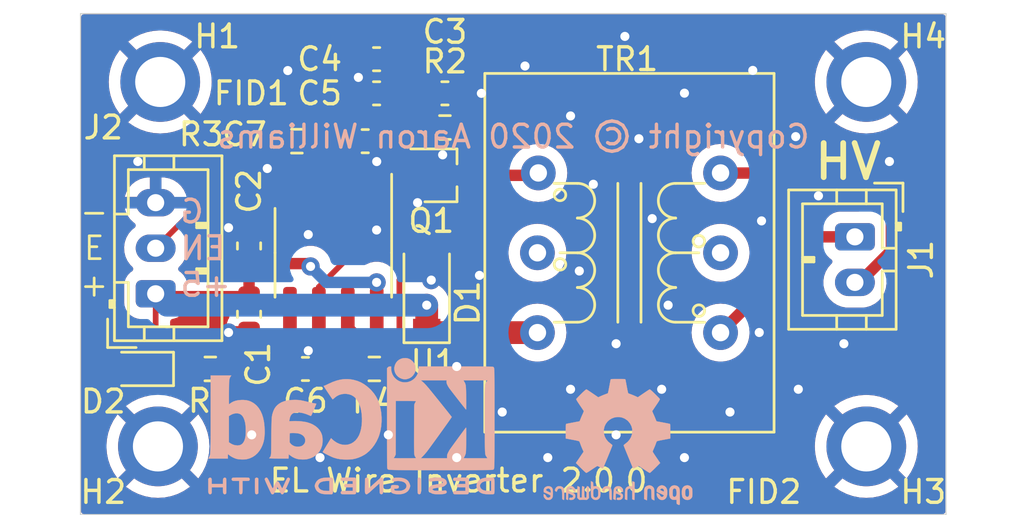
<source format=kicad_pcb>
(kicad_pcb (version 20221018) (generator pcbnew)
  (title_block (title "EL Driver") (date "2020-12-26") (rev "2.0.0") (company "Copyright © 2020 Aaron Williams"))
  (layers (0 "F.Cu" signal) (31 "B.Cu" signal) (34 "B.Paste" user) (35 "F.Paste" user) (36 "B.SilkS" user "B.Silkscreen") (37 "F.SilkS" user "F.Silkscreen") (38 "B.Mask" user) (39 "F.Mask" user) (44 "Edge.Cuts" user))
  (net 0 "")
  (net 1 "GND")
  (net 2 "Net-(C3-Pad1)")
  (net 3 "Net-(C6-Pad1)")
  (net 4 "Net-(D1-Pad2)")
  (net 5 "+5V")
  (net 6 "/EN")
  (net 7 "Net-(C7-Pad1)")
  (net 8 "Net-(D2-Pad1)")
  (net 9 "Net-(J1-Pad2)")
  (net 10 "Net-(J1-Pad1)")
  (net 11 "Net-(Q1-Pad1)")
  (net 12 "Net-(R3-Pad1)")
  (net 13 "Net-(R4-Pad1)")
  (net 14 "Net-(TR1-Pad5)")
  (net 15 "Net-(TR1-Pad2)")
  (footprint "Capacitor_SMD:C_0603_1608Metric" (layer "F.Cu") (at 177.9 91.2 -90)
    (fp_text reference "C1" (at 2.2 -0.4 90) (layer "F.SilkS"))
    (fp_text value "10uF")
    (pad "1" smd roundrect (at -0.775 0 270) (size 0.9 0.95) (layers "F.Cu" "F.Paste" "F.Mask") (net 5 "+5V"))
    (pad "2" smd roundrect (at 0.775 0 270) (size 0.9 0.95) (layers "F.Cu" "F.Paste" "F.Mask") (net 1 "GND"))
  )
  (footprint "Capacitor_SMD:C_0603_1608Metric" (layer "F.Cu") (at 177.9 88.2 90)
    (fp_text reference "C2" (at 2.4 0 90) (layer "F.SilkS"))
    (fp_text value "1uF")
    (pad "1" smd roundrect (at -0.775 0 90) (size 0.9 0.95) (layers "F.Cu" "F.Paste" "F.Mask") (net 5 "+5V"))
    (pad "2" smd roundrect (at 0.775 0 90) (size 0.9 0.95) (layers "F.Cu" "F.Paste" "F.Mask") (net 1 "GND"))
  )
  (footprint "Capacitor_SMD:C_0603_1608Metric" (layer "F.Cu") (at 186.5 81.5)
    (fp_text reference "C3" (at 0 -2.7) (layer "F.SilkS"))
    (fp_text value "4.7nF")
    (pad "1" smd roundrect (at -0.775 0) (size 0.9 0.95) (layers "F.Cu" "F.Paste" "F.Mask") (net 2 "Net-(C3-Pad1)"))
    (pad "2" smd roundrect (at 0.775 0) (size 0.9 0.95) (layers "F.Cu" "F.Paste" "F.Mask") (net 1 "GND"))
  )
  (footprint "Capacitor_SMD:C_0603_1608Metric" (layer "F.Cu") (at 183.5 81.5 180)
    (fp_text reference "C5" (at 2.5 0) (layer "F.SilkS"))
    (fp_text value "1nF")
    (pad "1" smd roundrect (at -0.775 0 180) (size 0.9 0.95) (layers "F.Cu" "F.Paste" "F.Mask") (net 2 "Net-(C3-Pad1)"))
    (pad "2" smd roundrect (at 0.775 0 180) (size 0.9 0.95) (layers "F.Cu" "F.Paste" "F.Mask") (net 1 "GND"))
  )
  (footprint "Capacitor_SMD:C_0603_1608Metric" (layer "F.Cu") (at 180.375 93.6)
    (fp_text reference "C6" (at 0 1.4) (layer "F.SilkS"))
    (fp_text value "10nF")
    (pad "1" smd roundrect (at -0.775 0) (size 0.9 0.95) (layers "F.Cu" "F.Paste" "F.Mask") (net 3 "Net-(C6-Pad1)"))
    (pad "2" smd roundrect (at 0.775 0) (size 0.9 0.95) (layers "F.Cu" "F.Paste" "F.Mask") (net 1 "GND"))
  )
  (footprint "Capacitor_SMD:C_0603_1608Metric" (layer "F.Cu") (at 183 83.6)
    (fp_text reference "C7" (at -5.3 -0.3) (layer "F.SilkS"))
    (fp_text value "47nF")
    (pad "1" smd roundrect (at -0.775 0) (size 0.9 0.95) (layers "F.Cu" "F.Paste" "F.Mask") (net 7 "Net-(C7-Pad1)"))
    (pad "2" smd roundrect (at 0.775 0) (size 0.9 0.95) (layers "F.Cu" "F.Paste" "F.Mask") (net 1 "GND"))
  )
  (footprint "Diode_SMD:D_SOD-123" (layer "F.Cu") (at 185.7 90.2 90)
    (fp_text reference "D1" (at -0.5 1.8 90) (layer "F.SilkS"))
    (fp_text value "SS24FL")
    (pad "1" smd rect (at -1.65 0 90) (size 0.9 1.2) (layers "F.Cu" "F.Paste" "F.Mask") (net 5 "+5V"))
    (pad "2" smd rect (at 1.65 0 90) (size 0.9 1.2) (layers "F.Cu" "F.Paste" "F.Mask") (net 4 "Net-(D1-Pad2)"))
  )
  (footprint "LED_SMD:LED_0603_1608Metric" (layer "F.Cu") (at 173.1 93.6 180)
    (fp_text reference "D2" (at 1.6 -1.43) (layer "F.SilkS"))
    (fp_text value "LED")
    (pad "1" smd roundrect (at -0.7875 0 180) (size 0.875 0.95) (layers "F.Cu" "F.Paste" "F.Mask") (net 8 "Net-(D2-Pad1)"))
    (pad "2" smd roundrect (at 0.7875 0 180) (size 0.875 0.95) (layers "F.Cu" "F.Paste" "F.Mask") (net 5 "+5V"))
  )
  (footprint "Fiducial:Fiducial_0.5mm_Mask1mm" (layer "F.Cu") (at 178 80 180)
    (fp_text reference "FID1" (at 0 -1.5) (layer "F.SilkS"))
    (fp_text value "FIDUCIAL_1MM")
    (pad "" smd circle (at 0 0 180) (size 0.5 0.5) (layers "F.Cu" "F.Mask") (clearance 0.25))
  )
  (footprint "Fiducial:Fiducial_0.5mm_Mask1mm" (layer "F.Cu") (at 200.5 97.5 180)
    (fp_text reference "FID2" (at 0 -1.5) (layer "F.SilkS"))
    (fp_text value "FIDUCIAL_1MM")
    (pad "" smd circle (at 0 0 180) (size 0.5 0.5) (layers "F.Cu" "F.Mask") (clearance 0.25))
  )
  (footprint "MountingHole:MountingHole_2.2mm_M2_ISO7380_Pad" (layer "F.Cu") (at 174 81 180)
    (fp_text reference "H1" (at -2.5 2) (layer "F.SilkS"))
    (fp_text value "MountingHole_Pad")
    (pad "1" thru_hole circle (at 0 0 180) (size 3.5 3.5) (drill 2.2) (layers "*.Cu" "*.Mask") (net 1 "GND"))
  )
  (footprint "MountingHole:MountingHole_2.2mm_M2_ISO7380_Pad" (layer "F.Cu") (at 173.9 97 180)
    (fp_text reference "H2" (at 2.4 -2) (layer "F.SilkS"))
    (fp_text value "MountingHole_Pad")
    (pad "1" thru_hole circle (at 0 0 180) (size 3.5 3.5) (drill 2.2) (layers "*.Cu" "*.Mask") (net 1 "GND"))
  )
  (footprint "MountingHole:MountingHole_2.2mm_M2_ISO7380_Pad" (layer "F.Cu") (at 205 97 180)
    (fp_text reference "H3" (at -2.5 -2) (layer "F.SilkS"))
    (fp_text value "MountingHole_Pad")
    (pad "1" thru_hole circle (at 0 0 180) (size 3.5 3.5) (drill 2.2) (layers "*.Cu" "*.Mask") (net 1 "GND"))
  )
  (footprint "Connector_JST:JST_PH_B2B-PH-K_1x02_P2.00mm_Vertical" (layer "F.Cu") (at 204.5 87.8 -90)
    (fp_text reference "J1" (at 1 -2.9 90) (layer "F.SilkS"))
    (fp_text value "Conn_01x02")
    (pad "1" thru_hole roundrect (at 0 0 270) (size 1.2 1.75) (drill 0.75) (layers "*.Cu" "*.Mask") (roundrect_rratio 0.208333) (net 10 "Net-(J1-Pad1)"))
    (pad "2" thru_hole oval (at 2 0 270) (size 1.2 1.75) (drill 0.75) (layers "*.Cu" "*.Mask") (net 9 "Net-(J1-Pad2)"))
  )
  (footprint "Connector_JST:JST_PH_B3B-PH-K_1x03_P2.00mm_Vertical" (layer "F.Cu") (at 173.8 90.3 90)
    (fp_text reference "J2" (at 7.3 -2.3 180) (layer "F.SilkS"))
    (fp_text value "Conn_01x03")
    (pad "1" thru_hole roundrect (at 0 0 90) (size 1.2 1.75) (drill 0.75) (layers "*.Cu" "*.Mask") (roundrect_rratio 0.208333) (net 5 "+5V"))
    (pad "2" thru_hole oval (at 2 0 90) (size 1.2 1.75) (drill 0.75) (layers "*.Cu" "*.Mask") (net 6 "/EN"))
    (pad "3" thru_hole oval (at 4 0 90) (size 1.2 1.75) (drill 0.75) (layers "*.Cu" "*.Mask") (net 1 "GND"))
  )
  (footprint "Package_TO_SOT_SMD:SOT-323_SC-70" (layer "F.Cu") (at 186.3 85.1)
    (fp_text reference "Q1" (at -0.4 2) (layer "F.SilkS"))
    (fp_text value "BSS214NW")
    (pad "1" smd rect (at -1 -0.65 270) (size 0.45 0.7) (layers "F.Cu" "F.Paste" "F.Mask") (net 11 "Net-(Q1-Pad1)"))
    (pad "2" smd rect (at -1 0.65 270) (size 0.45 0.7) (layers "F.Cu" "F.Paste" "F.Mask") (net 1 "GND"))
    (pad "3" smd rect (at 1 0 270) (size 0.45 0.7) (layers "F.Cu" "F.Paste" "F.Mask") (net 4 "Net-(D1-Pad2)"))
  )
  (footprint "Resistor_SMD:R_0603_1608Metric" (layer "F.Cu") (at 176.2 93.6)
    (fp_text reference "R1" (at 0 1.4) (layer "F.SilkS"))
    (fp_text value "220")
    (pad "1" smd roundrect (at -0.825 0) (size 0.8 0.95) (layers "F.Cu" "F.Paste" "F.Mask") (net 8 "Net-(D2-Pad1)"))
    (pad "2" smd roundrect (at 0.825 0) (size 0.8 0.95) (layers "F.Cu" "F.Paste" "F.Mask") (net 4 "Net-(D1-Pad2)"))
  )
  (footprint "Resistor_SMD:R_0603_1608Metric" (layer "F.Cu") (at 186.5 83 180)
    (fp_text reference "R2" (at 0 2.9) (layer "F.SilkS"))
    (fp_text value "39.2")
    (pad "1" smd roundrect (at -0.825 0 180) (size 0.8 0.95) (layers "F.Cu" "F.Paste" "F.Mask") (net 4 "Net-(D1-Pad2)"))
    (pad "2" smd roundrect (at 0.825 0 180) (size 0.8 0.95) (layers "F.Cu" "F.Paste" "F.Mask") (net 2 "Net-(C3-Pad1)"))
  )
  (footprint "Resistor_SMD:R_0603_1608Metric" (layer "F.Cu") (at 180 83.6)
    (fp_text reference "R3" (at -4.2 -0.3) (layer "F.SilkS"))
    (fp_text value "100k")
    (pad "1" smd roundrect (at -0.825 0) (size 0.8 0.95) (layers "F.Cu" "F.Paste" "F.Mask") (net 12 "Net-(R3-Pad1)"))
    (pad "2" smd roundrect (at 0.825 0) (size 0.8 0.95) (layers "F.Cu" "F.Paste" "F.Mask") (net 11 "Net-(Q1-Pad1)"))
  )
  (footprint "Resistor_SMD:R_0603_1608Metric" (layer "F.Cu") (at 183.4 93.6 180)
    (fp_text reference "R4" (at 0 -1.43) (layer "F.SilkS"))
    (fp_text value "10k")
    (pad "1" smd roundrect (at -0.825 0 180) (size 0.8 0.95) (layers "F.Cu" "F.Paste" "F.Mask") (net 13 "Net-(R4-Pad1)"))
    (pad "2" smd roundrect (at 0.825 0 180) (size 0.8 0.95) (layers "F.Cu" "F.Paste" "F.Mask") (net 7 "Net-(C7-Pad1)"))
  )
  (footprint "Aaron:Transformer_42XL_EI-14" (layer "F.Cu") (at 194.6 88.5)
    (fp_text reference "TR1" (at -0.1 -8.5) (layer "F.SilkS"))
    (fp_text value "Transformer-EI14")
    (pad "1" thru_hole circle (at -4.0005 -3.5052) (size 1.524 1.524) (drill 0.762) (layers "*.Cu" "*.Mask") (net 4 "Net-(D1-Pad2)"))
    (pad "2" thru_hole circle (at -4.0386 0) (size 1.524 1.524) (drill 0.762) (layers "*.Cu" "*.Mask") (net 15 "Net-(TR1-Pad2)"))
    (pad "3" thru_hole circle (at -4.0386 3.5052) (size 1.524 1.524) (drill 0.762) (layers "*.Cu" "*.Mask") (net 5 "+5V"))
    (pad "4" thru_hole circle (at 4.0005 3.5052) (size 1.524 1.524) (drill 0.762) (layers "*.Cu" "*.Mask") (net 10 "Net-(J1-Pad1)"))
    (pad "5" thru_hole circle (at 4.0005 0) (size 1.524 1.524) (drill 0.762) (layers "*.Cu" "*.Mask") (net 14 "Net-(TR1-Pad5)"))
    (pad "6" thru_hole circle (at 4.0005 -3.5052) (size 1.524 1.524) (drill 0.762) (layers "*.Cu" "*.Mask") (net 9 "Net-(J1-Pad2)"))
  )
  (footprint "Package_SO:SOIC-8_3.9x4.9mm_P1.27mm" (layer "F.Cu") (at 181.6 88.5 -90)
    (fp_text reference "U1" (at 4.8 -4.4 180) (layer "F.SilkS"))
    (fp_text value "NE555D")
    (pad "1" smd roundrect (at -2.475 -1.905 270) (size 1.95 0.6) (layers "F.Cu" "F.Paste" "F.Mask") (net 1 "GND"))
    (pad "2" smd roundrect (at -2.475 -0.635 270) (size 1.95 0.6) (layers "F.Cu" "F.Paste" "F.Mask") (net 7 "Net-(C7-Pad1)"))
    (pad "3" smd roundrect (at -2.475 0.635 270) (size 1.95 0.6) (layers "F.Cu" "F.Paste" "F.Mask") (net 12 "Net-(R3-Pad1)"))
    (pad "4" smd roundrect (at -2.475 1.905 270) (size 1.95 0.6) (layers "F.Cu" "F.Paste" "F.Mask") (net 6 "/EN"))
    (pad "5" smd roundrect (at 2.475 1.905 270) (size 1.95 0.6) (layers "F.Cu" "F.Paste" "F.Mask") (net 3 "Net-(C6-Pad1)"))
    (pad "6" smd roundrect (at 2.475 0.635 270) (size 1.95 0.6) (layers "F.Cu" "F.Paste" "F.Mask") (net 7 "Net-(C7-Pad1)"))
    (pad "7" smd roundrect (at 2.475 -0.635 270) (size 1.95 0.6) (layers "F.Cu" "F.Paste" "F.Mask") (net 13 "Net-(R4-Pad1)"))
    (pad "8" smd roundrect (at 2.475 -1.905 270) (size 1.95 0.6) (layers "F.Cu" "F.Paste" "F.Mask") (net 5 "+5V"))
  )
  (footprint "Capacitor_SMD:C_0603_1608Metric" (layer "F.Cu") (at 183.5 80 180)
    (fp_text reference "C4" (at 2.5 0) (layer "F.SilkS"))
    (fp_text value "1nF")
    (pad "1" smd roundrect (at -0.775 0 180) (size 0.9 0.95) (layers "F.Cu" "F.Paste" "F.Mask") (net 2 "Net-(C3-Pad1)"))
    (pad "2" smd roundrect (at 0.775 0 180) (size 0.9 0.95) (layers "F.Cu" "F.Paste" "F.Mask") (net 1 "GND"))
  )
  (footprint "MountingHole:MountingHole_2.2mm_M2_ISO7380_Pad" (layer "F.Cu") (at 205 81 180)
    (fp_text reference "H4" (at -2.5 2) (layer "F.SilkS"))
    (fp_text value "MountingHole_Pad")
    (pad "1" thru_hole circle (at 0 0 180) (size 3.5 3.5) (drill 2.2) (layers "*.Cu" "*.Mask") (net 1 "GND"))
  )
  (footprint "Symbol:KiCad-Logo2_5mm_SilkScreen" (layer "B.Cu") (at 182.4 96.1 180)
    (fp_text reference "REF**" hide)
    (fp_text value "KiCad-Logo2_5mm_SilkScreen" hide)
  )
  (footprint "Symbol:OSHW-Logo2_7.3x6mm_SilkScreen" (layer "B.Cu") (at 194.1 96.8 180)
    (fp_text reference "REF**" hide)
    (fp_text value "OSHW-Logo2_7.3x6mm_SilkScreen" hide)
  )
  (gr_line (start 208.5 100) (end 170.5 100) (stroke (width 0.05)) (layer "Edge.Cuts"))
  (gr_line (start 170.5 78) (end 208.5 78) (stroke (width 0.05)) (layer "Edge.Cuts"))
  (gr_line (start 170.5 100) (end 170.5 78) (stroke (width 0.05)) (layer "Edge.Cuts"))
  (gr_line (start 208.5 78) (end 208.5 100) (stroke (width 0.05)) (layer "Edge.Cuts"))
  (gr_text "Copyright © 2020 Aaron Williams" (at 189.5 83.4) (layer "B.SilkS") (effects (font (size 1 1)) (justify mirror)))
  (gr_text "G\nEN\n+5" (at 174.8 88.3) (layer "B.SilkS") (effects (font (size 1 1)) (justify right mirror)))
  (gr_text "EL Wire Inverter 2.0.0" (at 187.1 98.5) (layer "F.SilkS") (effects (font (size 1 1))))
  (gr_text "HV" (at 204.2 84.5) (layer "F.SilkS") (effects (font (size 1.5 1.5) (thickness 0.25))))
  (gr_text "-\nE\n+" (at 171.1 88.3) (layer "F.SilkS") (effects (font (size 1 1) (thickness 0.12))))
  (segment (start 183.505 84.495) (end 183.505 83.87) (width 0.5) (layer "F.Cu") (net 1))
  (segment (start 181.15 93.45) (end 180.5 92.8) (width 0.25) (layer "F.Cu") (net 1))
  (segment (start 181.15 93.6) (end 181.15 93.45) (width 0.25) (layer "F.Cu") (net 1))
  (segment (start 183.505 83.87) (end 183.775 83.6) (width 0.5) (layer "F.Cu") (net 1))
  (segment (start 183.505 86.025) (end 183.505 84.495) (width 0.5) (layer "F.Cu") (net 1))
  (via (at 182.7 80.8) (size 0.8) (drill 0.4) (layers "F.Cu" "B.Cu") (net 1))
  (via (at 199.015476 95.4925) (size 0.8) (drill 0.4) (layers "F.Cu" "B.Cu") (net 1))
  (via (at 184.015476 96.4925) (size 0.8) (drill 0.4) (layers "F.Cu" "B.Cu") (net 1))
  (via (at 197.015476 97.4925) (size 0.8) (drill 0.4) (layers "F.Cu" "B.Cu") (net 1))
  (via (at 188.1 81.5) (size 0.8) (drill 0.4) (layers "F.Cu" "B.Cu") (net 1))
  (via (at 177 92) (size 0.8) (drill 0.4) (layers "F.Cu" "B.Cu") (net 1))
  (via (at 180.5 92.8) (size 0.8) (drill 0.4) (layers "F.Cu" "B.Cu") (net 1))
  (via (at 181.015476 97.4925) (size 0.8) (drill 0.4) (layers "F.Cu" "B.Cu") (net 1))
  (via (at 201.9 83.4) (size 0.8) (drill 0.4) (layers "F.Cu" "B.Cu") (net 1))
  (via (at 206.015476 84.4925) (size 0.8) (drill 0.4) (layers "F.Cu" "B.Cu") (net 1))
  (via (at 187.015476 97.4925) (size 0.8) (drill 0.4) (layers "F.Cu" "B.Cu") (net 1))
  (via (at 196.015476 94.4925) (size 0.8) (drill 0.4) (layers "F.Cu" "B.Cu") (net 1))
  (via (at 200.4 87.1) (size 0.8) (drill 0.4) (layers "F.Cu" "B.Cu") (net 1))
  (via (at 189.015476 95.4925) (size 0.8) (drill 0.4) (layers "F.Cu" "B.Cu") (net 1))
  (via (at 185.3 86.3) (size 0.8) (drill 0.4) (layers "F.Cu" "B.Cu") (net 1))
  (via (at 200.015476 80.4925) (size 0.8) (drill 0.4) (layers "F.Cu" "B.Cu") (net 1))
  (via (at 202.9 86) (size 0.8) (drill 0.4) (layers "F.Cu" "B.Cu") (net 1))
  (via (at 177 87.4) (size 0.8) (drill 0.4) (layers "F.Cu" "B.Cu") (net 1))
  (via (at 192.015476 94.4925) (size 0.8) (drill 0.4) (layers "F.Cu" "B.Cu") (net 1))
  (via (at 186.4 84.2) (size 0.8) (drill 0.4) (layers "F.Cu" "B.Cu") (net 1))
  (via (at 173.015476 84.4925) (size 0.8) (drill 0.4) (layers "F.Cu" "B.Cu") (net 1))
  (via (at 178.7 84.8) (size 0.8) (drill 0.4) (layers "F.Cu" "B.Cu") (net 1))
  (via (at 187.015476 93.4925) (size 0.8) (drill 0.4) (layers "F.Cu" "B.Cu") (net 1))
  (via (at 183.5 87.5) (size 0.8) (drill 0.4) (layers "F.Cu" "B.Cu") (net 1))
  (via (at 192.4 89.3) (size 0.8) (drill 0.4) (layers "F.Cu" "B.Cu") (net 1))
  (via (at 200.3 92) (size 0.8) (drill 0.4) (layers "F.Cu" "B.Cu") (net 1))
  (via (at 192.015476 82.4925) (size 0.8) (drill 0.4) (layers "F.Cu" "B.Cu") (net 1))
  (via (at 190.015476 80.3) (size 0.8) (drill 0.4) (layers "F.Cu" "B.Cu") (net 1))
  (via (at 194.4 79) (size 0.8) (drill 0.4) (layers "F.Cu" "B.Cu") (net 1))
  (via (at 183.505 84.495) (size 0.8) (drill 0.4) (layers "F.Cu" "B.Cu") (net 1))
  (via (at 179.6 80.5) (size 0.8) (drill 0.4) (layers "F.Cu" "B.Cu") (net 1))
  (via (at 193.015476 85.4925) (size 0.8) (drill 0.4) (layers "F.Cu" "B.Cu") (net 1))
  (via (at 188.015476 89.4925) (size 0.8) (drill 0.4) (layers "F.Cu" "B.Cu") (net 1))
  (via (at 195.6 87) (size 0.8) (drill 0.4) (layers "F.Cu" "B.Cu") (net 1))
  (via (at 191.015476 97.4925) (size 0.8) (drill 0.4) (layers "F.Cu" "B.Cu") (net 1))
  (via (at 180.5 87.7) (size 0.8) (drill 0.4) (layers "F.Cu" "B.Cu") (net 1))
  (via (at 195.015476 83.4925) (size 0.8) (drill 0.4) (layers "F.Cu" "B.Cu") (net 1))
  (via (at 197.015476 81.4925) (size 0.8) (drill 0.4) (layers "F.Cu" "B.Cu") (net 1))
  (via (at 204.015476 92.4925) (size 0.8) (drill 0.4) (layers "F.Cu" "B.Cu") (net 1))
  (via (at 194.015476 96.4925) (size 0.8) (drill 0.4) (layers "F.Cu" "B.Cu") (net 1))
  (via (at 202.015476 94.4925) (size 0.8) (drill 0.4) (layers "F.Cu" "B.Cu") (net 1))
  (via (at 194.015476 92.4925) (size 0.8) (drill 0.4) (layers "F.Cu" "B.Cu") (net 1))
  (via (at 185.9 89.7) (size 0.8) (drill 0.4) (layers "F.Cu" "B.Cu") (net 1))
  (via (at 178.015476 96.4925) (size 0.8) (drill 0.4) (layers "F.Cu" "B.Cu") (net 1))
  (via (at 196.3 90.8) (size 0.8) (drill 0.4) (layers "F.Cu" "B.Cu") (net 1))
  (segment (start 185.725 81.5) (end 184.275 81.5) (width 0.5) (layer "F.Cu") (net 2))
  (segment (start 185.675 81.55) (end 185.725 81.5) (width 0.5) (layer "F.Cu") (net 2))
  (segment (start 184.275 81.5) (end 184.275 80) (width 0.5) (layer "F.Cu") (net 2))
  (segment (start 185.675 83) (end 185.675 81.55) (width 0.5) (layer "F.Cu") (net 2))
  (segment (start 179.6 93.6) (end 179.6 91.07) (width 0.25) (layer "F.Cu") (net 3))
  (segment (start 179.6 91.07) (end 179.695 90.975) (width 0.25) (layer "F.Cu") (net 3))
  (segment (start 187.3 85.1) (end 190.4943 85.1) (width 0.5) (layer "F.Cu") (net 4))
  (segment (start 178.025 94.6) (end 177.025 93.6) (width 0.25) (layer "F.Cu") (net 4))
  (segment (start 187.3 85.1) (end 187.3 86.95) (width 0.5) (layer "F.Cu") (net 4))
  (segment (start 185.7 88.55) (end 185.65 88.55) (width 0.25) (layer "F.Cu") (net 4))
  (segment (start 184.6 94.6) (end 178.025 94.6) (width 0.25) (layer "F.Cu") (net 4))
  (segment (start 185.1 94.1) (end 184.6 94.6) (width 0.25) (layer "F.Cu") (net 4))
  (segment (start 187.3 83.025) (end 187.325 83) (width 0.5) (layer "F.Cu") (net 4))
  (segment (start 185.65 88.55) (end 184.5 89.7) (width 0.25) (layer "F.Cu") (net 4))
  (segment (start 184.5 89.7) (end 184.5 92.3) (width 0.25) (layer "F.Cu") (net 4))
  (segment (start 187.3 86.95) (end 185.7 88.55) (width 0.5) (layer "F.Cu") (net 4))
  (segment (start 185.1 92.9) (end 185.1 94.1) (width 0.25) (layer "F.Cu") (net 4))
  (segment (start 187.3 85.1) (end 187.3 83.025) (width 0.5) (layer "F.Cu") (net 4))
  (segment (start 184.5 92.3) (end 185.1 92.9) (width 0.25) (layer "F.Cu") (net 4))
  (segment (start 190.4943 85.1) (end 190.5995 84.9948) (width 0.5) (layer "F.Cu") (net 4))
  (segment (start 185.7 91.85) (end 185.7 90.8) (width 1) (layer "F.Cu") (net 5))
  (segment (start 177.9 90.425) (end 173.925 90.425) (width 0.5) (layer "F.Cu") (net 5))
  (segment (start 173.8 92.1125) (end 172.3125 93.6) (width 0.25) (layer "F.Cu") (net 5))
  (segment (start 190.5614 92.0052) (end 185.8552 92.0052) (width 1) (layer "F.Cu") (net 5))
  (segment (start 177.9 88.975) (end 180.475 88.975) (width 0.5) (layer "F.Cu") (net 5))
  (segment (start 173.925 90.425) (end 173.8 90.3) (width 0.5) (layer "F.Cu") (net 5))
  (segment (start 180.475 88.975) (end 180.6 89.1) (width 0.5) (layer "F.Cu") (net 5))
  (segment (start 183.505 89.805) (end 183.5 89.8) (width 0.5) (layer "F.Cu") (net 5))
  (segment (start 177.9 90.425) (end 177.9 88.975) (width 0.5) (layer "F.Cu") (net 5))
  (segment (start 183.505 90.975) (end 183.505 89.805) (width 0.5) (layer "F.Cu") (net 5))
  (segment (start 173.8 90.3) (end 173.8 92.1125) (width 0.25) (layer "F.Cu") (net 5))
  (segment (start 185.8552 92.0052) (end 185.7 91.85) (width 1) (layer "F.Cu") (net 5))
  (via (at 185.7 90.8) (size 0.8) (drill 0.4) (layers "F.Cu" "B.Cu") (net 5))
  (via (at 183.5 89.8) (size 0.8) (drill 0.4) (layers "F.Cu" "B.Cu") (net 5))
  (via (at 180.6 89.1) (size 0.8) (drill 0.4) (layers "F.Cu" "B.Cu") (net 5))
  (segment (start 174.3 90.8) (end 173.8 90.3) (width 1) (layer "B.Cu") (net 5))
  (segment (start 183.5 89.8) (end 181.3 89.8) (width 0.5) (layer "B.Cu") (net 5))
  (segment (start 185.7 90.8) (end 174.3 90.8) (width 1) (layer "B.Cu") (net 5))
  (segment (start 181.3 89.8) (end 180.6 89.1) (width 0.5) (layer "B.Cu") (net 5))
  (segment (start 173.8 88.3) (end 176.075 86.025) (width 0.25) (layer "F.Cu") (net 6))
  (segment (start 176.075 86.025) (end 179.695 86.025) (width 0.25) (layer "F.Cu") (net 6))
  (segment (start 182.235 83.61) (end 182.225 83.6) (width 0.25) (layer "F.Cu") (net 7))
  (segment (start 180.965 91.99) (end 180.965 90.975) (width 0.25) (layer "F.Cu") (net 7))
  (segment (start 180.965 90) (end 182.235 88.73) (width 0.25) (layer "F.Cu") (net 7))
  (segment (start 182.235 88.73) (end 182.235 86.025) (width 0.25) (layer "F.Cu") (net 7))
  (segment (start 182.575 93.6) (end 180.965 91.99) (width 0.25) (layer "F.Cu") (net 7))
  (segment (start 180.965 90.975) (end 180.965 90) (width 0.25) (layer "F.Cu") (net 7))
  (segment (start 182.235 86.025) (end 182.235 83.61) (width 0.25) (layer "F.Cu") (net 7))
  (segment (start 175.375 93.6) (end 173.8875 93.6) (width 0.25) (layer "F.Cu") (net 8))
  (segment (start 206.1 86.74998) (end 204.35002 85) (width 0.5) (layer "F.Cu") (net 9))
  (segment (start 206.1 88.4) (end 206.1 86.74998) (width 0.5) (layer "F.Cu") (net 9))
  (segment (start 204.35002 85) (end 198.6057 85) (width 0.5) (layer "F.Cu") (net 9))
  (segment (start 198.6057 85) (end 198.6005 84.9948) (width 0.5) (layer "F.Cu") (net 9))
  (segment (start 204.5 89.8) (end 204.7 89.8) (width 0.5) (layer "F.Cu") (net 9))
  (segment (start 204.7 89.8) (end 206.1 88.4) (width 0.5) (layer "F.Cu") (net 9))
  (segment (start 204.5 87.8) (end 202.8057 87.8) (width 0.5) (layer "F.Cu") (net 10))
  (segment (start 202.8057 87.8) (end 198.6005 92.0052) (width 0.5) (layer "F.Cu") (net 10))
  (segment (start 184.8 83.95) (end 184.8 83.1) (width 0.25) (layer "F.Cu") (net 11))
  (segment (start 184.8 83.1) (end 184.4 82.7) (width 0.25) (layer "F.Cu") (net 11))
  (segment (start 185.3 84.45) (end 184.8 83.95) (width 0.25) (layer "F.Cu") (net 11))
  (segment (start 184.4 82.7) (end 181.725 82.7) (width 0.25) (layer "F.Cu") (net 11))
  (segment (start 181.725 82.7) (end 180.825 83.6) (width 0.25) (layer "F.Cu") (net 11))
  (segment (start 180.965 86.025) (end 180.965 85.39) (width 0.25) (layer "F.Cu") (net 12))
  (segment (start 180.965 85.39) (end 179.175 83.6) (width 0.25) (layer "F.Cu") (net 12))
  (segment (start 182.235 91.61) (end 182.235 90.975) (width 0.25) (layer "F.Cu") (net 13))
  (segment (start 184.225 93.6) (end 182.235 91.61) (width 0.25) (layer "F.Cu") (net 13))
  (zone (net 1) (net_name "GND") (layer "F.Cu") (connect_pads (clearance 0.508)) (min_thickness 0.254) (fill yes (thermal_gap 0.508) (thermal_bridge_width 0.508))
    (polygon (pts (xy 208.5 100) (xy 170.5 100) (xy 170.5 78) (xy 208.5 78)))
  )
  (zone (net 1) (net_name "GND") (layer "B.Cu") (connect_pads (clearance 0.508)) (min_thickness 0.254) (fill yes (thermal_gap 0.508) (thermal_bridge_width 0.508))
    (polygon (pts (xy 208.5 100) (xy 170.5 100) (xy 170.5 78) (xy 208.5 78)))
  )
)
</source>
